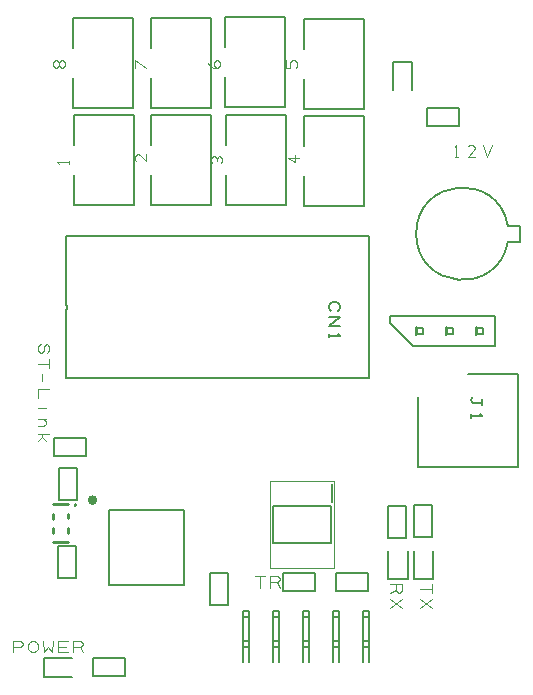
<source format=gto>
G04 EasyPC Gerber Version 21.0.3 Build 4286 *
G04 #@! TF.Part,Single*
G04 #@! TF.FileFunction,Legend,Top *
G04 #@! TF.FilePolarity,Positive *
%FSLAX45Y45*%
%MOIN*%
%ADD26C,0.00197*%
%ADD138C,0.00472*%
%ADD22C,0.00500*%
%ADD23C,0.00787*%
%ADD25C,0.01000*%
G04 #@! TA.AperFunction,ViaPad*
%ADD86C,0.01575*%
X0Y0D02*
D02*
D22*
X48630Y99775D02*
Y89114D01*
X54567*
Y99775*
X48630*
X50705Y177117D02*
X151705D01*
Y129817*
X50705*
Y152842*
X51330*
Y154092*
X50705*
Y177117*
X53134Y229851D02*
Y219851D01*
X73134*
Y249851*
X53134*
Y239851*
X53429Y197600D02*
Y187600D01*
X73429*
Y217600*
X53429*
Y207600*
X54085Y63126D02*
Y73788D01*
X48148*
Y63126*
X54085*
X57411Y109930D02*
X46750D01*
Y103993*
X57411*
Y109930*
X59811Y30669D02*
X70472D01*
Y36606*
X59811*
Y30669*
X79156Y229851D02*
Y219851D01*
X99156*
Y249851*
X79156*
Y239851*
X79335Y197644D02*
Y187644D01*
X99335*
Y217644*
X79335*
Y207644*
X98876Y64927D02*
Y54265D01*
X104813*
Y64927*
X98876*
X103862Y230226D02*
Y220226D01*
X123862*
Y250226*
X103862*
Y240226*
X104256Y197519D02*
Y187519D01*
X124256*
Y217519*
X104256*
Y207519*
X109738Y35289D02*
Y40329D01*
Y42297D02*
Y35289D01*
Y42297D02*
Y40329D01*
X111706*
Y42297*
X109738*
Y50329D02*
Y35289D01*
Y52297D02*
Y50329D01*
X111706*
Y52297*
X109738*
X111706Y35289D02*
Y40329D01*
Y42297D02*
Y35289D01*
Y50329D02*
Y35289D01*
X119738D02*
Y40329D01*
Y42297D02*
Y35289D01*
Y42297D02*
Y40329D01*
X121706*
Y42297*
X119738*
Y50329D02*
Y35289D01*
Y52297D02*
Y50329D01*
X121706*
Y52297*
X119738*
X121706Y35289D02*
Y40329D01*
Y42297D02*
Y35289D01*
Y50329D02*
Y35289D01*
X123217Y59012D02*
X133878D01*
Y64949*
X123217*
Y59012*
X129738Y35289D02*
Y40329D01*
Y42297D02*
Y35289D01*
Y42297D02*
Y40329D01*
X131706*
Y42297*
X129738*
Y50329D02*
Y35289D01*
Y52297D02*
Y50329D01*
X131707*
Y52297*
X129738*
X130075Y229726D02*
Y219726D01*
X150075*
Y249726*
X130075*
Y239726*
X130260Y197394D02*
Y187394D01*
X150260*
Y217394*
X130260*
Y207394*
X131706Y35289D02*
Y40329D01*
Y42297D02*
Y35289D01*
Y52297D02*
Y35289D01*
X139037Y152182D02*
X138724Y152495D01*
X138412Y153120*
Y154057*
X138724Y154682*
X139037Y154995*
X139662Y155307*
X140912*
X141537Y154995*
X141850Y154682*
X142162Y154057*
Y153120*
X141850Y152495*
X141537Y152182*
X138412Y150307D02*
X142162D01*
X138412Y147182*
X142162*
X138412Y144682D02*
Y143432D01*
Y144057D02*
X142162D01*
X141537Y144682*
X139738Y35289D02*
Y40329D01*
Y42297D02*
Y35289D01*
Y42297D02*
Y40329D01*
X141707*
Y42297*
X139738*
Y50329D02*
Y35289D01*
Y52297D02*
Y50329D01*
X141707*
Y52297*
X139738*
X140815Y58933D02*
X151476D01*
Y64870*
X140815*
Y58933*
X141707Y35289D02*
Y40329D01*
Y42297D02*
Y35289D01*
Y50329D02*
Y35289D01*
X149738D02*
Y40329D01*
Y42297D02*
Y35289D01*
Y42297D02*
Y40329D01*
X151707*
Y42297*
X149738*
Y50329D02*
Y35289D01*
Y52297D02*
Y50329D01*
X151707*
Y52297*
X149738*
X151707Y35289D02*
Y40329D01*
Y42297D02*
Y35289D01*
Y52297D02*
Y35289D01*
X164242Y76453D02*
Y87115D01*
X158305*
Y76453*
X164242*
X167637Y144407D02*
X167834Y144604D01*
Y146730*
X167637Y146927*
Y144407*
X167834Y144604D02*
X169960D01*
Y146730*
X167834*
X171041Y213973D02*
X181703D01*
Y219910*
X171041*
Y213973*
X172943Y76798D02*
Y87459D01*
X167006*
Y76798*
X172943*
X177637Y144407D02*
X177834Y144604D01*
Y146730*
X177637Y146927*
Y144407*
X177834Y144604D02*
X179960D01*
Y146730*
X177834*
X186468Y123496D02*
X186156Y123184D01*
X185843Y122559*
X186156Y121934*
X186468Y121621*
X189593*
Y120996*
Y121621D02*
Y122871D01*
X185843Y117871D02*
Y116621D01*
Y117246D02*
X189593D01*
X188968Y117871*
X187637Y144407D02*
X187834Y144604D01*
Y146730*
X187637Y146927*
Y144407*
X187834Y144604D02*
X189960D01*
Y146730*
X187834*
X191431Y140622D02*
X166431D01*
X158931Y148122*
Y150622*
X193931*
Y140622*
X191431*
X198134Y180698D02*
G75*
G03Y175350I-15167J-2674D01*
G01*
X202071*
Y180698*
X198134*
D02*
D23*
X52809Y36664D02*
X43459D01*
Y30168*
X52809*
X65287Y85851D02*
X90090D01*
Y61048*
X65287*
Y85851*
X139069Y87365D02*
Y74766D01*
X119778*
Y87365*
X139069*
X139581Y94648D02*
Y88743D01*
X158281Y72109D02*
Y62758D01*
X164778*
Y72109*
X166313Y226006D02*
Y235357D01*
X159817*
Y226006*
X166756Y72246D02*
Y62896D01*
X173252*
Y72246*
X168173Y123496D02*
Y100229D01*
X201638*
Y131174*
X184906*
D02*
D25*
X46544Y79823D02*
Y78331D01*
Y84548D02*
Y83056D01*
Y87764D02*
X51662D01*
Y75166D02*
X46544D01*
X51662Y79823D02*
Y78331D01*
Y84642D02*
Y83150D01*
X53937Y87421D02*
G75*
G02Y87784J181D01*
G01*
D02*
D26*
X140053Y95632D02*
Y66498D01*
X118793*
Y95632*
X140053*
D02*
D86*
X60464Y89197D02*
G75*
G02X58889I-787D01*
G01*
X60464D02*
G75*
G02X58889I-787D01*
G01*
G75*
G02X60464I787*
G01*
D02*
D138*
X33321Y38479D02*
Y42229D01*
X35508*
X36133Y41917*
X36446Y41292*
X36133Y40667*
X35508Y40354*
X33321*
X38321Y39729D02*
Y40979D01*
X38633Y41604*
X38946Y41917*
X39571Y42229*
X40196*
X40821Y41917*
X41133Y41604*
X41446Y40979*
Y39729*
X41133Y39104*
X40821Y38792*
X40196Y38479*
X39571*
X38946Y38792*
X38633Y39104*
X38321Y39729*
X43321Y42229D02*
X43633Y38479D01*
X44883Y40354*
X46133Y38479*
X46446Y42229*
X48321Y38479D02*
Y42229D01*
X51446*
X50821Y40354D02*
X48321D01*
Y38479D02*
X51446D01*
X53321D02*
Y42229D01*
X55508*
X56133Y41917*
X56446Y41292*
X56133Y40667*
X55508Y40354*
X53321*
X55508D02*
X56446Y38479D01*
X42499Y141302D02*
X41874Y140989D01*
X41561Y140364*
Y139114*
X41874Y138489*
X42499Y138176*
X43124Y138489*
X43437Y139114*
Y140364*
X43749Y140989*
X44374Y141302*
X44999Y140989*
X45311Y140364*
Y139114*
X44999Y138489*
X44374Y138176*
X41561Y134739D02*
X45311D01*
Y136302D02*
Y133176D01*
X42811Y131302D02*
Y128802D01*
X45311Y126302D02*
X41561D01*
Y123176*
Y120052D02*
X44061D01*
X44999D02*
X41561Y116302*
X44061D01*
X43124D02*
X43749Y115989D01*
X44061Y115364*
Y114739*
X43749Y114114*
X43124Y113802*
X41561*
Y111302D02*
X45311D01*
X42811D02*
Y110364D01*
X44061Y108802*
X42811Y110364D02*
X41561Y108802D01*
X48530Y234227D02*
Y234852D01*
X48217Y235477*
X47593Y235789*
X46967Y235477*
X46655Y234852*
Y234227*
X46967Y233602*
X47593Y233289*
X48217Y233602*
X48530Y234227*
X48843Y233602*
X49467Y233289*
X50093Y233602*
X50405Y234227*
Y234852*
X50093Y235477*
X49467Y235789*
X48843Y235477*
X48530Y234852*
X51694Y201139D02*
Y202389D01*
Y201764D02*
X47944D01*
X48569Y201139*
X77590Y204589D02*
Y202089D01*
X75402Y204276*
X74778Y204589*
X74152Y204276*
X73840Y203651*
Y202714*
X74152Y202089*
X77590Y233289D02*
X73840Y235789D01*
Y233289*
X101131D02*
X100506Y233602D01*
X100193Y234227*
Y234852*
X100506Y235477*
X101131Y235789*
X101756Y235477*
X102069Y234852*
Y234227*
X101756Y233602*
X101131Y233289*
X100193*
X99256Y233602*
X98631Y234227*
X98319Y234852*
X102612Y201683D02*
X102925Y202307D01*
Y202933*
X102612Y203557*
X101987Y203870*
X101362Y203557*
X101050Y202933*
Y202307*
Y202933D02*
X100737Y203557D01*
X100112Y203870*
X99487Y203557*
X99175Y202933*
Y202307*
X99487Y201683*
X115553Y60074D02*
Y63824D01*
X113990D02*
X117115D01*
X118990Y60074D02*
Y63824D01*
X121178*
X121803Y63511*
X122115Y62886*
X121803Y62261*
X121178Y61949*
X118990*
X121178D02*
X122115Y60074D01*
X127514Y233289D02*
X127826Y233915D01*
Y234852*
X127514Y235477*
X126889Y235789*
X126576*
X125951Y235477*
X125639Y234852*
Y233289*
X124076*
Y235789*
X128545Y203356D02*
X124795D01*
X127295Y201793*
Y204293*
X158943Y61282D02*
X162693D01*
Y59094*
X162381Y58469*
X161756Y58157*
X161131Y58469*
X160819Y59094*
Y61282*
Y59094D02*
X158943Y58157D01*
Y56282D02*
X162693Y53157D01*
Y56282D02*
X158943Y53157D01*
X169012Y59709D02*
X172762D01*
Y61272D02*
Y58147D01*
X169012Y56272D02*
X172762Y53147D01*
Y56272D02*
X169012Y53147D01*
X180383Y203715D02*
X181633D01*
X181008D02*
Y207465D01*
X180383Y206841*
X187258Y203715D02*
X184758D01*
X186945Y205903*
X187258Y206528*
X186945Y207153*
X186320Y207465*
X185383*
X184758Y207153*
X189758Y207465D02*
X191320Y203715D01*
X192883Y207465*
X0Y0D02*
M02*

</source>
